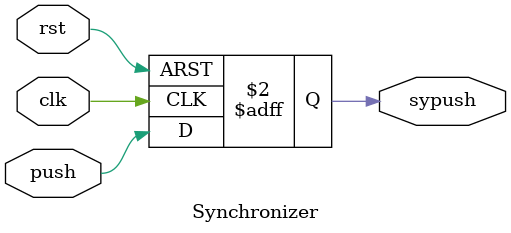
<source format=v>
`timescale 1ns / 1ps

module Synchronizer(
    output reg sypush,
    input push,
    input clk,
    input rst
    );

	always @(posedge clk or posedge rst)
	begin		
	
		if(rst)
			sypush <= 0;
		else
			sypush <= push;
		
	end 

endmodule

</source>
